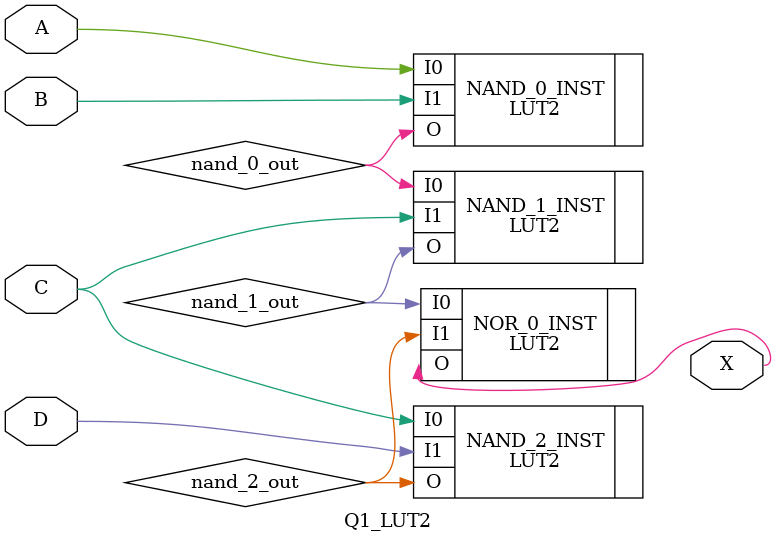
<source format=sv>
`timescale 1ns/1ps
module Q1_LUT2(A, B, C, D, X);

  input logic A, B, C, D;
  output logic X;

  logic nand_0_out, nand_1_out, nand_2_out, nor_0_out;
  
  LUT2 #(.INIT(4'b0111)) NAND_0_INST( .I0(A), .I1(B), .O(nand_0_out));
  LUT2 #(.INIT(4'b0111)) NAND_1_INST( .I0(nand_0_out), .I1(C), .O(nand_1_out));
  LUT2 #(.INIT(4'b0111)) NAND_2_INST( .I0(C), .I1(D), .O(nand_2_out));
  LUT2 #(.INIT(4'b0001)) NOR_0_INST( .I0(nand_1_out), .I1(nand_2_out), .O(X));
  
endmodule

</source>
